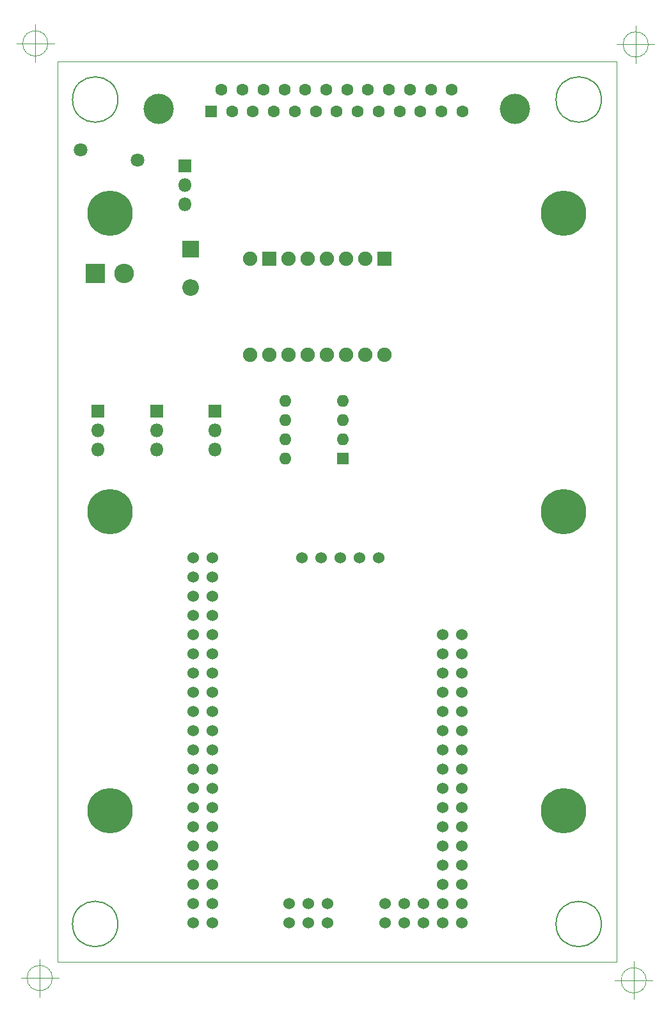
<source format=gbr>
G04 #@! TF.GenerationSoftware,KiCad,Pcbnew,(5.1.4)-1*
G04 #@! TF.CreationDate,2020-01-03T18:21:15+05:00*
G04 #@! TF.ProjectId,speeduino_ntv650,73706565-6475-4696-9e6f-5f6e74763635,rev?*
G04 #@! TF.SameCoordinates,Original*
G04 #@! TF.FileFunction,Soldermask,Bot*
G04 #@! TF.FilePolarity,Negative*
%FSLAX46Y46*%
G04 Gerber Fmt 4.6, Leading zero omitted, Abs format (unit mm)*
G04 Created by KiCad (PCBNEW (5.1.4)-1) date 2020-01-03 18:21:15*
%MOMM*%
%LPD*%
G04 APERTURE LIST*
%ADD10C,0.100000*%
%ADD11C,0.150000*%
%ADD12O,2.600000X2.600000*%
%ADD13R,2.600000X2.600000*%
%ADD14C,1.800000*%
%ADD15C,6.000000*%
%ADD16C,4.000000*%
%ADD17C,1.600000*%
%ADD18R,1.600000X1.600000*%
%ADD19O,1.600000X1.600000*%
%ADD20R,2.200000X2.200000*%
%ADD21O,2.200000X2.200000*%
%ADD22C,1.524000*%
%ADD23O,1.800000X1.800000*%
%ADD24R,1.800000X1.800000*%
%ADD25R,1.900000X1.900000*%
%ADD26C,1.900000*%
G04 APERTURE END LIST*
D10*
X110806666Y-38620000D02*
G75*
G03X110806666Y-38620000I-1666666J0D01*
G01*
X106640000Y-38620000D02*
X111640000Y-38620000D01*
X109140000Y-36120000D02*
X109140000Y-41120000D01*
X190016666Y-162490000D02*
G75*
G03X190016666Y-162490000I-1666666J0D01*
G01*
X185850000Y-162490000D02*
X190850000Y-162490000D01*
X188350000Y-159990000D02*
X188350000Y-164990000D01*
D11*
X184070000Y-155040000D02*
G75*
G03X184070000Y-155040000I-3000000J0D01*
G01*
D10*
X190286666Y-38760000D02*
G75*
G03X190286666Y-38760000I-1666666J0D01*
G01*
X186120000Y-38760000D02*
X191120000Y-38760000D01*
X188620000Y-36260000D02*
X188620000Y-41260000D01*
X111396666Y-162190000D02*
G75*
G03X111396666Y-162190000I-1666666J0D01*
G01*
X107230000Y-162190000D02*
X112230000Y-162190000D01*
X109730000Y-159690000D02*
X109730000Y-164690000D01*
D11*
X120070000Y-155040000D02*
G75*
G03X120070000Y-155040000I-3000000J0D01*
G01*
X184070000Y-46040000D02*
G75*
G03X184070000Y-46040000I-3000000J0D01*
G01*
X120070000Y-46040000D02*
G75*
G03X120070000Y-46040000I-3000000J0D01*
G01*
D10*
X112070000Y-160040000D02*
X112070000Y-41040000D01*
X186070000Y-160040000D02*
X112070000Y-160040000D01*
X186070000Y-41040000D02*
X186070000Y-160040000D01*
X112070000Y-41040000D02*
X186070000Y-41040000D01*
D12*
X120860000Y-69030000D03*
D13*
X117050000Y-69030000D03*
D14*
X122660000Y-54070000D03*
X115160000Y-52670000D03*
D15*
X179070000Y-100540000D03*
X119070000Y-100540000D03*
X179070000Y-140040000D03*
X179070000Y-61040000D03*
X119070000Y-61040000D03*
X119070000Y-140040000D03*
D16*
X125490000Y-47310000D03*
X172590000Y-47310000D03*
D17*
X164275000Y-44770000D03*
X161505000Y-44770000D03*
X158735000Y-44770000D03*
X155965000Y-44770000D03*
X153195000Y-44770000D03*
X150425000Y-44770000D03*
X147655000Y-44770000D03*
X144885000Y-44770000D03*
X142115000Y-44770000D03*
X139345000Y-44770000D03*
X136575000Y-44770000D03*
X133805000Y-44770000D03*
X165660000Y-47610000D03*
X162890000Y-47610000D03*
X160120000Y-47610000D03*
X157350000Y-47610000D03*
X154580000Y-47610000D03*
X151810000Y-47610000D03*
X149040000Y-47610000D03*
X146270000Y-47610000D03*
X143500000Y-47610000D03*
X140730000Y-47610000D03*
X137960000Y-47610000D03*
X135190000Y-47610000D03*
D18*
X132420000Y-47610000D03*
X149840000Y-93510000D03*
D19*
X142220000Y-85890000D03*
X149840000Y-90970000D03*
X142220000Y-88430000D03*
X149840000Y-88430000D03*
X142220000Y-90970000D03*
X149840000Y-85890000D03*
X142220000Y-93510000D03*
D20*
X129690000Y-65860000D03*
D21*
X129690000Y-70940000D03*
D22*
X132605000Y-106645000D03*
X130065000Y-106645000D03*
X132605000Y-109185000D03*
X132605000Y-111725000D03*
X132605000Y-114265000D03*
X132605000Y-116805000D03*
X130065000Y-109185000D03*
X130065000Y-111725000D03*
X130065000Y-114265000D03*
X130065000Y-116805000D03*
X132605000Y-119345000D03*
X132605000Y-121885000D03*
X132605000Y-124425000D03*
X132605000Y-126965000D03*
X132605000Y-129505000D03*
X132605000Y-132045000D03*
X132605000Y-134585000D03*
X132605000Y-137125000D03*
X132605000Y-139665000D03*
X132605000Y-142205000D03*
X132605000Y-144745000D03*
X132605000Y-147285000D03*
X132605000Y-149825000D03*
X132605000Y-152365000D03*
X132605000Y-154905000D03*
X130065000Y-119345000D03*
X130065000Y-121885000D03*
X130065000Y-124425000D03*
X130065000Y-126965000D03*
X130065000Y-129505000D03*
X130065000Y-132045000D03*
X130065000Y-134585000D03*
X130065000Y-137125000D03*
X130065000Y-139665000D03*
X130065000Y-142205000D03*
X130065000Y-144745000D03*
X130065000Y-147285000D03*
X130065000Y-149825000D03*
X130065000Y-152365000D03*
X130065000Y-154905000D03*
X142765000Y-154905000D03*
X145305000Y-154905000D03*
X147845000Y-154905000D03*
X147845000Y-152365000D03*
X145305000Y-152365000D03*
X142765000Y-152365000D03*
X155465000Y-152365000D03*
X158005000Y-152365000D03*
X160545000Y-152365000D03*
X163085000Y-152365000D03*
X165625000Y-152365000D03*
X155465000Y-154905000D03*
X158005000Y-154905000D03*
X160545000Y-154905000D03*
X163085000Y-154905000D03*
X165625000Y-154905000D03*
X163085000Y-149815000D03*
X163085000Y-147275000D03*
X163085000Y-144735000D03*
X163085000Y-142195000D03*
X163085000Y-139655000D03*
X163085000Y-137115000D03*
X163085000Y-134575000D03*
X163085000Y-132035000D03*
X163085000Y-129495000D03*
X163085000Y-126955000D03*
X163085000Y-124415000D03*
X163085000Y-121875000D03*
X163085000Y-119335000D03*
X163085000Y-116795000D03*
X165625000Y-116795000D03*
X165625000Y-119335000D03*
X165625000Y-121875000D03*
X165625000Y-124415000D03*
X165625000Y-126955000D03*
X165625000Y-129495000D03*
X165625000Y-132035000D03*
X165625000Y-134575000D03*
X165625000Y-137115000D03*
X165625000Y-139655000D03*
X165625000Y-142195000D03*
X165625000Y-144735000D03*
X165625000Y-147275000D03*
X165625000Y-149815000D03*
X144445000Y-106645000D03*
X146985000Y-106645000D03*
X149525000Y-106645000D03*
X152065000Y-106645000D03*
X154605000Y-106645000D03*
D23*
X128960000Y-59920000D03*
X128960000Y-57380000D03*
D24*
X128960000Y-54840000D03*
D23*
X132950000Y-92350000D03*
X132950000Y-89810000D03*
D24*
X132950000Y-87270000D03*
D23*
X125230000Y-92350000D03*
X125230000Y-89810000D03*
D24*
X125230000Y-87270000D03*
D23*
X117470000Y-92350000D03*
X117470000Y-89810000D03*
D24*
X117470000Y-87270000D03*
D25*
X155360000Y-67050000D03*
D26*
X152820000Y-67050000D03*
X150280000Y-67050000D03*
X147740000Y-67050000D03*
X145200000Y-67050000D03*
X142660000Y-67050000D03*
D25*
X140120000Y-67050000D03*
D26*
X137580000Y-67050000D03*
X155360000Y-79750000D03*
X152820000Y-79750000D03*
X150280000Y-79750000D03*
X147740000Y-79750000D03*
X145200000Y-79750000D03*
X142660000Y-79750000D03*
X140120000Y-79750000D03*
X137580000Y-79750000D03*
M02*

</source>
